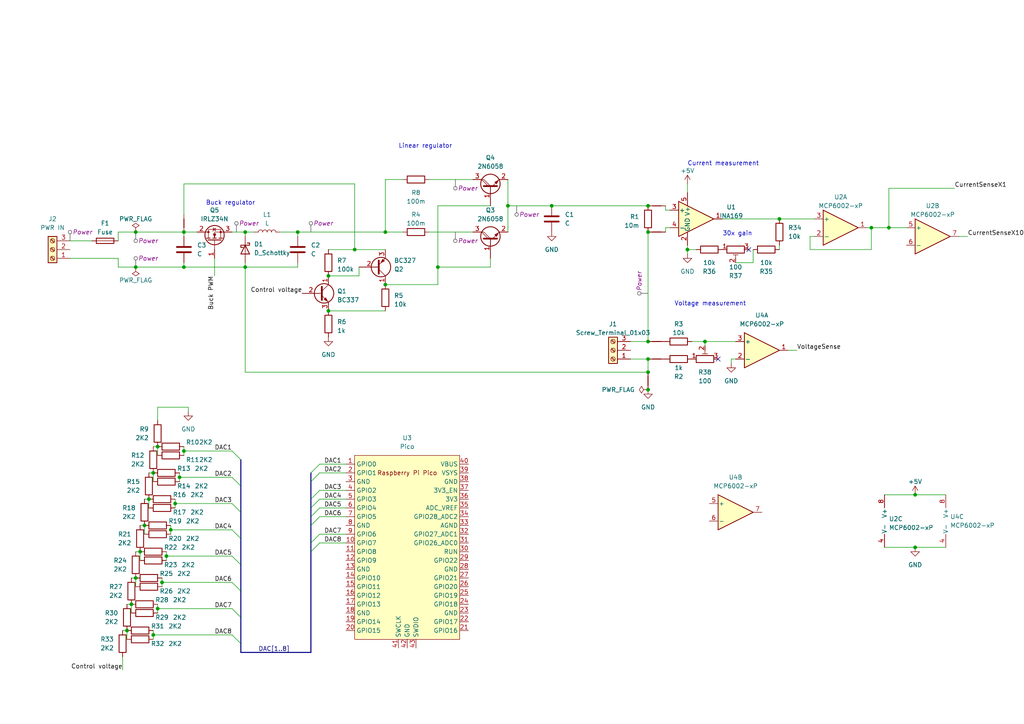
<source format=kicad_sch>
(kicad_sch (version 20230121) (generator eeschema)
  (paper "A4")
  (lib_symbols
    (symbol "Amplifier_Current:INA169" (pin_names (offset 0.127))
      (property "Reference" "U" (at 3.81 5.08 0))
      (property "Value" "INA169" (at 3.81 2.54 0))
      (symbol "INA169_0_1"
        (polyline (pts (xy -5.08 5.08) (xy 5.08 0) (xy -5.08 -5.08) (xy -5.08 5.08)) (stroke (width 0.254)) (fill (type background)))
      )
      (symbol "INA169_1_1"
        (pin output line (at 7.62 0 180) (length 2.54) (name "~") (number "1"))
        (pin power_in line (at -2.54 -7.62 90) (length 3.81) (name "GND") (number "2"))
        (pin input line (at -7.62 2.54 0) (length 2.54) (name "+") (number "3"))
        (pin input line (at -7.62 -2.54 0) (length 2.54) (name "-") (number "4"))
        (pin power_in line (at -2.54 7.62 270) (length 3.81) (name "V+") (number "5"))
      )
    )
    (symbol "Amplifier_Operational:MCP6002-xP" (pin_names (offset 0.127))
      (property "Reference" "U" (at 0 5.08 0))
      (property "Value" "MCP6002-xP" (at 0 -5.08 0))
      (symbol "MCP6002-xP_1_1"
        (polyline (pts (xy -5.08 5.08) (xy 5.08 0) (xy -5.08 -5.08) (xy -5.08 5.08)) (stroke (width 0.254)) (fill (type background)))
        (pin output line (at 7.62 0 180) (length 2.54) (name "~") (number "1"))
        (pin input line (at -7.62 -2.54 0) (length 2.54) (name "-") (number "2"))
        (pin input line (at -7.62 2.54 0) (length 2.54) (name "+") (number "3"))
      )
      (symbol "MCP6002-xP_2_1"
        (polyline (pts (xy -5.08 5.08) (xy 5.08 0) (xy -5.08 -5.08) (xy -5.08 5.08)) (stroke (width 0.254)) (fill (type background)))
        (pin input line (at -7.62 2.54 0) (length 2.54) (name "+") (number "5"))
        (pin input line (at -7.62 -2.54 0) (length 2.54) (name "-") (number "6"))
        (pin output line (at 7.62 0 180) (length 2.54) (name "~") (number "7"))
      )
      (symbol "MCP6002-xP_3_1"
        (pin power_in line (at -2.54 -7.62 90) (length 3.81) (name "V-") (number "4"))
        (pin power_in line (at -2.54 7.62 270) (length 3.81) (name "V+") (number "8"))
      )
    )
    (symbol "Connector:Screw_Terminal_01x03" (pin_names (offset 1.016) hide)
      (property "Reference" "J" (at 0 5.08 0))
      (property "Value" "Screw_Terminal_01x03" (at 0 -5.08 0))
      (symbol "Screw_Terminal_01x03_1_1"
        (rectangle (start -1.27 3.81) (end 1.27 -3.81) (stroke (width 0.254)) (fill (type background)))
        (circle (center 0 -2.54) (radius 0.635) (stroke (width 0.1524)))
        (polyline (pts (xy -0.5334 -2.2098) (xy 0.3302 -3.048)) (stroke (width 0.1524)))
        (polyline (pts (xy -0.5334 0.3302) (xy 0.3302 -0.508)) (stroke (width 0.1524)))
        (polyline (pts (xy -0.5334 2.8702) (xy 0.3302 2.032)) (stroke (width 0.1524)))
        (polyline (pts (xy -0.3556 -2.032) (xy 0.508 -2.8702)) (stroke (width 0.1524)))
        (polyline (pts (xy -0.3556 0.508) (xy 0.508 -0.3302)) (stroke (width 0.1524)))
        (polyline (pts (xy -0.3556 3.048) (xy 0.508 2.2098)) (stroke (width 0.1524)))
        (circle (center 0 0) (radius 0.635) (stroke (width 0.1524)))
        (circle (center 0 2.54) (radius 0.635) (stroke (width 0.1524)))
        (pin passive line (at -5.08 2.54 0) (length 3.81) (name "Pin_1") (number "1"))
        (pin passive line (at -5.08 0 0) (length 3.81) (name "Pin_2") (number "2"))
        (pin passive line (at -5.08 -2.54 0) (length 3.81) (name "Pin_3") (number "3"))
      )
    )
    (symbol "Device:C" (pin_numbers hide) (pin_names (offset 0.254))
      (property "Reference" "C" (at 0.635 2.54 0))
      (property "Value" "C" (at 0.635 -2.54 0))
      (symbol "C_0_1"
        (polyline (pts (xy -2.032 -0.762) (xy 2.032 -0.762)) (stroke (width 0.508)))
        (polyline (pts (xy -2.032 0.762) (xy 2.032 0.762)) (stroke (width 0.508)))
      )
      (symbol "C_1_1"
        (pin passive line (at 0 3.81 270) (length 2.794) (name "~") (number "1"))
        (pin passive line (at 0 -3.81 90) (length 2.794) (name "~") (number "2"))
      )
    )
    (symbol "Device:D_Schottky" (pin_numbers hide) (pin_names (offset 1.016) hide)
      (property "Reference" "D" (at 0 2.54 0))
      (property "Value" "D_Schottky" (at 0 -2.54 0))
      (symbol "D_Schottky_0_1"
        (polyline (pts (xy 1.27 0) (xy -1.27 0)))
        (polyline (pts (xy 1.27 1.27) (xy 1.27 -1.27) (xy -1.27 0) (xy 1.27 1.27)) (stroke (width 0.254)))
        (polyline (pts (xy -1.905 0.635) (xy -1.905 1.27) (xy -1.27 1.27) (xy -1.27 -1.27) (xy -0.635 -1.27) (xy -0.635 -0.635)) (stroke (width 0.254)))
      )
      (symbol "D_Schottky_1_1"
        (pin passive line (at -3.81 0 0) (length 2.54) (name "K") (number "1"))
        (pin passive line (at 3.81 0 180) (length 2.54) (name "A") (number "2"))
      )
    )
    (symbol "Device:Fuse" (pin_numbers hide) (pin_names (offset 0))
      (property "Reference" "F" (at 2.032 0 90))
      (property "Value" "Fuse" (at -1.905 0 90))
      (symbol "Fuse_0_1"
        (rectangle (start -0.762 -2.54) (end 0.762 2.54) (stroke (width 0.254)))
        (polyline (pts (xy 0 2.54) (xy 0 -2.54)))
      )
      (symbol "Fuse_1_1"
        (pin passive line (at 0 3.81 270) (length 1.27) (name "~") (number "1"))
        (pin passive line (at 0 -3.81 90) (length 1.27) (name "~") (number "2"))
      )
    )
    (symbol "Device:L" (pin_numbers hide) (pin_names (offset 1.016) hide)
      (property "Reference" "L" (at -1.27 0 90))
      (property "Value" "L" (at 1.905 0 90))
      (symbol "L_0_1"
        (arc (start 0 -2.54) (mid 0.6323 -1.905) (end 0 -1.27))
        (arc (start 0 -1.27) (mid 0.6323 -0.635) (end 0 0))
        (arc (start 0 0) (mid 0.6323 0.635) (end 0 1.27))
        (arc (start 0 1.27) (mid 0.6323 1.905) (end 0 2.54))
      )
      (symbol "L_1_1"
        (pin passive line (at 0 3.81 270) (length 1.27) (name "1") (number "1"))
        (pin passive line (at 0 -3.81 90) (length 1.27) (name "2") (number "2"))
      )
    )
    (symbol "Device:NetTie_2" (pin_numbers hide) (pin_names (offset 0) hide) (in_bom no)
      (property "Reference" "NT" (at 0 1.27 0))
      (property "Value" "NetTie_2" (at 0 -1.27 0))
      (symbol "NetTie_2_0_1"
        (polyline (pts (xy -1.27 0) (xy 1.27 0)) (stroke (width 0.254)))
      )
      (symbol "NetTie_2_1_1"
        (pin passive line (at -2.54 0 0) (length 2.54) (name "1") (number "1"))
        (pin passive line (at 2.54 0 180) (length 2.54) (name "2") (number "2"))
      )
    )
    (symbol "Device:Q_NPN_Darlington_BEC" (pin_names (offset 0) hide)
      (property "Reference" "Q" (at 4.572 1.27 0))
      (property "Value" "Q_NPN_Darlington_BEC" (at 4.572 -1.27 0))
      (symbol "Q_NPN_Darlington_BEC_0_1"
        (polyline (pts (xy 0.635 0.635) (xy 2.54 2.54)))
        (polyline (pts (xy 0.635 -0.635) (xy 2.54 -2.54) (xy 2.54 -2.54)))
        (polyline (pts (xy 0.635 0) (xy 2.54 1.905) (xy 2.54 2.54)))
        (polyline (pts (xy 0.635 1.905) (xy 0.635 -1.905) (xy 0.635 -1.905)) (stroke (width 0.508)))
        (polyline (pts (xy 1.27 -1.778) (xy 1.778 -1.27) (xy 2.286 -2.286) (xy 1.27 -1.778) (xy 1.27 -1.778)) (fill (type outline)))
        (circle (center 1.27 0) (radius 2.8194) (stroke (width 0.254)))
      )
      (symbol "Q_NPN_Darlington_BEC_1_1"
        (pin input line (at -5.08 0 0) (length 5.715) (name "B") (number "1"))
        (pin passive line (at 2.54 -5.08 90) (length 2.54) (name "E") (number "2"))
        (pin passive line (at 2.54 5.08 270) (length 2.54) (name "C") (number "3"))
      )
    )
    (symbol "Device:R" (pin_numbers hide) (pin_names (offset 0))
      (property "Reference" "R" (at 2.032 0 90))
      (property "Value" "R" (at 0 0 90))
      (symbol "R_0_1"
        (rectangle (start -1.016 -2.54) (end 1.016 2.54) (stroke (width 0.254)))
      )
      (symbol "R_1_1"
        (pin passive line (at 0 3.81 270) (length 1.27) (name "~") (number "1"))
        (pin passive line (at 0 -3.81 90) (length 1.27) (name "~") (number "2"))
      )
    )
    (symbol "Device:R_Potentiometer_Trim" (pin_names (offset 1.016) hide)
      (property "Reference" "RV" (at -4.445 0 90))
      (property "Value" "R_Potentiometer_Trim" (at -2.54 0 90))
      (symbol "R_Potentiometer_Trim_0_1"
        (polyline (pts (xy 1.524 0.762) (xy 1.524 -0.762)))
        (polyline (pts (xy 2.54 0) (xy 1.524 0)))
        (rectangle (start 1.016 2.54) (end -1.016 -2.54) (stroke (width 0.254)))
      )
      (symbol "R_Potentiometer_Trim_1_1"
        (pin passive line (at 0 3.81 270) (length 1.27) (name "1") (number "1"))
        (pin passive line (at 3.81 0 180) (length 1.27) (name "2") (number "2"))
        (pin passive line (at 0 -3.81 90) (length 1.27) (name "3") (number "3"))
      )
    )
    (symbol "MCU_RaspberryPi_and_Boards:Pico"
      (property "Reference" "U" (at -13.97 27.94 0))
      (property "Value" "Pico" (at 0 19.05 0))
      (symbol "Pico_0_0"
        (text "Raspberry Pi Pico" (at 0 21.59 0) (effects (font (size 1.27 1.27))))
      )
      (symbol "Pico_0_1"
        (rectangle (start -15.24 26.67) (end 15.24 -26.67) (fill (type background)))
      )
      (symbol "Pico_1_1"
        (pin bidirectional line (at -17.78 24.13 0) (length 2.54) (name "GPIO0") (number "1"))
        (pin bidirectional line (at -17.78 1.27 0) (length 2.54) (name "GPIO7") (number "10"))
        (pin bidirectional line (at -17.78 -1.27 0) (length 2.54) (name "GPIO8") (number "11"))
        (pin bidirectional line (at -17.78 -3.81 0) (length 2.54) (name "GPIO9") (number "12"))
        (pin power_in line (at -17.78 -6.35 0) (length 2.54) (name "GND") (number "13"))
        (pin bidirectional line (at -17.78 -8.89 0) (length 2.54) (name "GPIO10") (number "14"))
        (pin bidirectional line (at -17.78 -11.43 0) (length 2.54) (name "GPIO11") (number "15"))
        (pin bidirectional line (at -17.78 -13.97 0) (length 2.54) (name "GPIO12") (number "16"))
        (pin bidirectional line (at -17.78 -16.51 0) (length 2.54) (name "GPIO13") (number "17"))
        (pin power_in line (at -17.78 -19.05 0) (length 2.54) (name "GND") (number "18"))
        (pin bidirectional line (at -17.78 -21.59 0) (length 2.54) (name "GPIO14") (number "19"))
        (pin bidirectional line (at -17.78 21.59 0) (length 2.54) (name "GPIO1") (number "2"))
        (pin bidirectional line (at -17.78 -24.13 0) (length 2.54) (name "GPIO15") (number "20"))
        (pin bidirectional line (at 17.78 -24.13 180) (length 2.54) (name "GPIO16") (number "21"))
        (pin bidirectional line (at 17.78 -21.59 180) (length 2.54) (name "GPIO17") (number "22"))
        (pin power_in line (at 17.78 -19.05 180) (length 2.54) (name "GND") (number "23"))
        (pin bidirectional line (at 17.78 -16.51 180) (length 2.54) (name "GPIO18") (number "24"))
        (pin bidirectional line (at 17.78 -13.97 180) (length 2.54) (name "GPIO19") (number "25"))
        (pin bidirectional line (at 17.78 -11.43 180) (length 2.54) (name "GPIO20") (number "26"))
        (pin bidirectional line (at 17.78 -8.89 180) (length 2.54) (name "GPIO21") (number "27"))
        (pin power_in line (at 17.78 -6.35 180) (length 2.54) (name "GND") (number "28"))
        (pin bidirectional line (at 17.78 -3.81 180) (length 2.54) (name "GPIO22") (number "29"))
        (pin power_in line (at -17.78 19.05 0) (length 2.54) (name "GND") (number "3"))
        (pin input line (at 17.78 -1.27 180) (length 2.54) (name "RUN") (number "30"))
        (pin bidirectional line (at 17.78 1.27 180) (length 2.54) (name "GPIO26_ADC0") (number "31"))
        (pin bidirectional line (at 17.78 3.81 180) (length 2.54) (name "GPIO27_ADC1") (number "32"))
        (pin power_in line (at 17.78 6.35 180) (length 2.54) (name "AGND") (number "33"))
        (pin bidirectional line (at 17.78 8.89 180) (length 2.54) (name "GPIO28_ADC2") (number "34"))
        (pin power_in line (at 17.78 11.43 180) (length 2.54) (name "ADC_VREF") (number "35"))
        (pin power_in line (at 17.78 13.97 180) (length 2.54) (name "3V3") (number "36"))
        (pin input line (at 17.78 16.51 180) (length 2.54) (name "3V3_EN") (number "37"))
        (pin bidirectional line (at 17.78 19.05 180) (length 2.54) (name "GND") (number "38"))
        (pin power_in line (at 17.78 21.59 180) (length 2.54) (name "VSYS") (number "39"))
        (pin bidirectional line (at -17.78 16.51 0) (length 2.54) (name "GPIO2") (number "4"))
        (pin power_in line (at 17.78 24.13 180) (length 2.54) (name "VBUS") (number "40"))
        (pin input line (at -2.54 -29.21 90) (length 2.54) (name "SWCLK") (number "41"))
        (pin power_in line (at 0 -29.21 90) (length 2.54) (name "GND") (number "42"))
        (pin bidirectional line (at 2.54 -29.21 90) (length 2.54) (name "SWDIO") (number "43"))
        (pin bidirectional line (at -17.78 13.97 0) (length 2.54) (name "GPIO3") (number "5"))
        (pin bidirectional line (at -17.78 11.43 0) (length 2.54) (name "GPIO4") (number "6"))
        (pin bidirectional line (at -17.78 8.89 0) (length 2.54) (name "GPIO5") (number "7"))
        (pin power_in line (at -17.78 6.35 0) (length 2.54) (name "GND") (number "8"))
        (pin bidirectional line (at -17.78 3.81 0) (length 2.54) (name "GPIO6") (number "9"))
      )
    )
    (symbol "Transistor_BJT:BC327" (pin_names (offset 0) hide)
      (property "Reference" "Q" (at 5.08 1.905 0))
      (property "Value" "BC327" (at 5.08 0 0))
      (symbol "BC327_0_1"
        (polyline (pts (xy 0.635 0.635) (xy 2.54 2.54)))
        (polyline (pts (xy 0.635 -0.635) (xy 2.54 -2.54) (xy 2.54 -2.54)))
        (polyline (pts (xy 0.635 1.905) (xy 0.635 -1.905) (xy 0.635 -1.905)) (stroke (width 0.508)))
        (polyline (pts (xy 2.286 -1.778) (xy 1.778 -2.286) (xy 1.27 -1.27) (xy 2.286 -1.778) (xy 2.286 -1.778)) (fill (type outline)))
        (circle (center 1.27 0) (radius 2.8194) (stroke (width 0.254)))
      )
      (symbol "BC327_1_1"
        (pin passive line (at 2.54 5.08 270) (length 2.54) (name "C") (number "1"))
        (pin input line (at -5.08 0 0) (length 5.715) (name "B") (number "2"))
        (pin passive line (at 2.54 -5.08 90) (length 2.54) (name "E") (number "3"))
      )
    )
    (symbol "Transistor_BJT:BC337" (pin_names (offset 0) hide)
      (property "Reference" "Q" (at 5.08 1.905 0))
      (property "Value" "BC337" (at 5.08 0 0))
      (symbol "BC337_0_1"
        (polyline (pts (xy 0 0) (xy 0.635 0)))
        (polyline (pts (xy 0.635 0.635) (xy 2.54 2.54)))
        (polyline (pts (xy 0.635 -0.635) (xy 2.54 -2.54) (xy 2.54 -2.54)))
        (polyline (pts (xy 0.635 1.905) (xy 0.635 -1.905) (xy 0.635 -1.905)) (stroke (width 0.508)))
        (polyline (pts (xy 1.27 -1.778) (xy 1.778 -1.27) (xy 2.286 -2.286) (xy 1.27 -1.778) (xy 1.27 -1.778)) (fill (type outline)))
        (circle (center 1.27 0) (radius 2.8194) (stroke (width 0.254)))
      )
      (symbol "BC337_1_1"
        (pin passive line (at 2.54 5.08 270) (length 2.54) (name "C") (number "1"))
        (pin input line (at -5.08 0 0) (length 5.08) (name "B") (number "2"))
        (pin passive line (at 2.54 -5.08 90) (length 2.54) (name "E") (number "3"))
      )
    )
    (symbol "Transistor_FET:IRLZ34N" (pin_names hide)
      (property "Reference" "Q" (at 6.35 1.905 0))
      (property "Value" "IRLZ34N" (at 6.35 0 0))
      (symbol "IRLZ34N_0_1"
        (polyline (pts (xy 0.254 0) (xy -2.54 0)))
        (polyline (pts (xy 0.254 1.905) (xy 0.254 -1.905)) (stroke (width 0.254)))
        (polyline (pts (xy 0.762 -1.27) (xy 0.762 -2.286)) (stroke (width 0.254)))
        (polyline (pts (xy 0.762 0.508) (xy 0.762 -0.508)) (stroke (width 0.254)))
        (polyline (pts (xy 0.762 2.286) (xy 0.762 1.27)) (stroke (width 0.254)))
        (polyline (pts (xy 2.54 2.54) (xy 2.54 1.778)))
        (polyline (pts (xy 2.54 -2.54) (xy 2.54 0) (xy 0.762 0)))
        (polyline (pts (xy 0.762 -1.778) (xy 3.302 -1.778) (xy 3.302 1.778) (xy 0.762 1.778)))
        (polyline (pts (xy 1.016 0) (xy 2.032 0.381) (xy 2.032 -0.381) (xy 1.016 0)) (fill (type outline)))
        (polyline (pts (xy 2.794 0.508) (xy 2.921 0.381) (xy 3.683 0.381) (xy 3.81 0.254)))
        (polyline (pts (xy 3.302 0.381) (xy 2.921 -0.254) (xy 3.683 -0.254) (xy 3.302 0.381)))
        (circle (center 1.651 0) (radius 2.794) (stroke (width 0.254)))
        (circle (center 2.54 -1.778) (radius 0.254) (fill (type outline)))
        (circle (center 2.54 1.778) (radius 0.254) (fill (type outline)))
      )
      (symbol "IRLZ34N_1_1"
        (pin input line (at -5.08 0 0) (length 2.54) (name "G") (number "1"))
        (pin passive line (at 2.54 5.08 270) (length 2.54) (name "D") (number "2"))
        (pin passive line (at 2.54 -5.08 90) (length 2.54) (name "S") (number "3"))
      )
    )
    (symbol "power:+5V" (power) (pin_names (offset 0))
      (property "Value" "+5V" (at 0 3.556 0))
      (symbol "+5V_0_1"
        (polyline (pts (xy -0.762 1.27) (xy 0 2.54)))
        (polyline (pts (xy 0 0) (xy 0 2.54)))
        (polyline (pts (xy 0 2.54) (xy 0.762 1.27)))
      )
      (symbol "+5V_1_1"
        (pin power_in line (at 0 0 90) (length 0) hide (name "+5V") (number "1"))
      )
    )
    (symbol "power:GND" (power) (pin_names (offset 0))
      (property "Value" "GND" (at 0 -3.81 0))
      (symbol "GND_0_1"
        (polyline (pts (xy 0 0) (xy 0 -1.27) (xy 1.27 -1.27) (xy 0 -2.54) (xy -1.27 -1.27) (xy 0 -1.27)))
      )
      (symbol "GND_1_1"
        (pin power_in line (at 0 0 270) (length 0) hide (name "GND") (number "1"))
      )
    )
    (symbol "power:PWR_FLAG" (power) (pin_numbers hide) (pin_names (offset 0) hide)
      (property "Value" "PWR_FLAG" (at 0 3.81 0))
      (symbol "PWR_FLAG_0_0"
        (pin power_out line (at 0 0 90) (length 0) (name "pwr") (number "1"))
      )
      (symbol "PWR_FLAG_0_1"
        (polyline (pts (xy 0 0) (xy 0 1.27) (xy -1.016 1.905) (xy 0 2.54) (xy 1.016 1.905) (xy 0 1.27)))
      )
    )
  )
  (junction (at 52.07 138.43))
  (junction (at 41.91 152.4))
  (junction (at 86.36 67.31))
  (junction (at 187.96 113.03))
  (junction (at 147.32 59.69))
  (junction (at 204.47 99.06))
  (junction (at 48.26 161.29))
  (junction (at 71.12 67.31))
  (junction (at 39.37 77.47))
  (junction (at 95.25 80.01))
  (junction (at 187.96 107.95))
  (junction (at 160.02 59.69))
  (junction (at 43.18 144.78))
  (junction (at 50.8 146.05))
  (junction (at 45.72 176.53))
  (junction (at 187.96 104.14))
  (junction (at 187.96 67.31))
  (junction (at 127 77.47))
  (junction (at 111.76 67.31))
  (junction (at 102.87 72.39))
  (junction (at 44.45 137.16))
  (junction (at 40.64 160.02))
  (junction (at 39.37 167.64))
  (junction (at 71.12 77.47))
  (junction (at 187.96 59.69))
  (junction (at 226.06 63.5))
  (junction (at 257.81 66.04))
  (junction (at 95.25 90.17))
  (junction (at 44.45 184.15))
  (junction (at 53.34 130.81))
  (junction (at 199.39 72.39))
  (junction (at 265.43 143.51))
  (junction (at 39.37 67.31))
  (junction (at 252.73 66.04))
  (junction (at 38.1 175.26))
  (junction (at 53.34 67.31))
  (junction (at 111.76 82.55))
  (junction (at 265.43 158.75))
  (junction (at 53.34 77.47))
  (junction (at 45.72 129.54))
  (junction (at 46.99 168.91))
  (junction (at 36.83 182.88))
  (junction (at 187.96 99.06))
  (junction (at 49.53 153.67))
  (no_connect (at 217.17 72.39))
  (no_connect (at 208.28 104.14))
  (bus_entry (at 92.71 154.94) (size -2.54 2.54))
  (bus_entry (at 92.71 157.48) (size -2.54 2.54))
  (bus_entry (at 92.71 144.78) (size -2.54 2.54))
  (bus_entry (at 92.71 147.32) (size -2.54 2.54))
  (bus_entry (at 67.31 176.53) (size 2.54 2.54))
  (bus_entry (at 67.31 168.91) (size 2.54 2.54))
  (bus_entry (at 90.17 139.7) (size 2.54 -2.54))
  (bus_entry (at 67.31 161.29) (size 2.54 2.54))
  (bus_entry (at 67.31 184.15) (size 2.54 2.54))
  (bus_entry (at 92.71 142.24) (size -2.54 2.54))
  (bus_entry (at 92.71 149.86) (size -2.54 2.54))
  (bus_entry (at 92.71 134.62) (size -2.54 2.54))
  (bus_entry (at 67.31 153.67) (size 2.54 2.54))
  (bus_entry (at 67.31 146.05) (size 2.54 2.54))
  (bus_entry (at 67.31 130.81) (size 2.54 2.54))
  (bus_entry (at 67.31 138.43) (size 2.54 2.54))
  (wire (pts (xy 45.72 118.11) (xy 54.61 118.11)))
  (wire (pts (xy 218.44 72.39) (xy 218.44 76.2)))
  (wire (pts (xy 199.39 72.39) (xy 199.39 71.12)))
  (wire (pts (xy 193.04 67.31) (xy 193.04 66.04)))
  (wire (pts (xy 71.12 68.58) (xy 71.12 67.31)))
  (wire (pts (xy 102.87 72.39) (xy 111.76 72.39)))
  (wire (pts (xy 92.71 137.16) (xy 100.33 137.16)))
  (wire (pts (xy 95.25 72.39) (xy 102.87 72.39)))
  (wire (pts (xy 34.29 69.85) (xy 34.29 67.31)))
  (wire (pts (xy 160.02 59.69) (xy 187.96 59.69)))
  (wire (pts (xy 71.12 107.95) (xy 187.96 107.95)))
  (wire (pts (xy 48.26 161.29) (xy 67.31 161.29)))
  (wire (pts (xy 71.12 77.47) (xy 71.12 107.95)))
  (wire (pts (xy 41.91 144.78) (xy 43.18 144.78)))
  (wire (pts (xy 50.8 146.05) (xy 50.8 147.32)))
  (bus (pts (xy 69.85 163.83) (xy 69.85 171.45)))
  (wire (pts (xy 53.34 62.23) (xy 53.34 53.34)))
  (bus (pts (xy 90.17 147.32) (xy 90.17 149.86)))
  (wire (pts (xy 34.29 67.31) (xy 39.37 67.31)))
  (wire (pts (xy 92.71 149.86) (xy 100.33 149.86)))
  (wire (pts (xy 40.64 160.02) (xy 40.64 162.56)))
  (wire (pts (xy 102.87 53.34) (xy 102.87 72.39)))
  (wire (pts (xy 194.31 60.96) (xy 193.04 60.96)))
  (wire (pts (xy 86.36 67.31) (xy 111.76 67.31)))
  (wire (pts (xy 92.71 147.32) (xy 100.33 147.32)))
  (wire (pts (xy 45.72 176.53) (xy 67.31 176.53)))
  (wire (pts (xy 71.12 77.47) (xy 86.36 77.47)))
  (bus (pts (xy 69.85 179.07) (xy 69.85 186.69)))
  (wire (pts (xy 204.47 99.06) (xy 204.47 100.33)))
  (wire (pts (xy 45.72 121.92) (xy 45.72 118.11)))
  (wire (pts (xy 257.81 54.61) (xy 276.86 54.61)))
  (bus (pts (xy 69.85 189.23) (xy 90.17 189.23)))
  (wire (pts (xy 226.06 63.5) (xy 236.22 63.5)))
  (wire (pts (xy 53.34 67.31) (xy 57.15 67.31)))
  (wire (pts (xy 187.96 67.31) (xy 187.96 99.06)))
  (wire (pts (xy 49.53 153.67) (xy 67.31 153.67)))
  (wire (pts (xy 50.8 146.05) (xy 67.31 146.05)))
  (wire (pts (xy 209.55 63.5) (xy 226.06 63.5)))
  (wire (pts (xy 44.45 184.15) (xy 67.31 184.15)))
  (wire (pts (xy 127 77.47) (xy 142.24 77.47)))
  (wire (pts (xy 265.43 143.51) (xy 256.54 143.51)))
  (wire (pts (xy 49.53 152.4) (xy 49.53 153.67)))
  (wire (pts (xy 48.26 160.02) (xy 48.26 161.29)))
  (wire (pts (xy 45.72 129.54) (xy 45.72 132.08)))
  (wire (pts (xy 53.34 130.81) (xy 67.31 130.81)))
  (wire (pts (xy 92.71 134.62) (xy 100.33 134.62)))
  (wire (pts (xy 44.45 129.54) (xy 45.72 129.54)))
  (wire (pts (xy 252.73 66.04) (xy 252.73 72.39)))
  (wire (pts (xy 45.72 176.53) (xy 45.72 177.8)))
  (bus (pts (xy 69.85 186.69) (xy 69.85 189.23)))
  (wire (pts (xy 147.32 59.69) (xy 147.32 67.31)))
  (wire (pts (xy 104.14 80.01) (xy 95.25 80.01)))
  (wire (pts (xy 92.71 142.24) (xy 100.33 142.24)))
  (bus (pts (xy 69.85 133.35) (xy 69.85 140.97)))
  (bus (pts (xy 90.17 137.16) (xy 90.17 139.7)))
  (wire (pts (xy 53.34 77.47) (xy 53.34 76.2)))
  (wire (pts (xy 252.73 66.04) (xy 257.81 66.04)))
  (wire (pts (xy 43.18 137.16) (xy 44.45 137.16)))
  (wire (pts (xy 36.83 175.26) (xy 38.1 175.26)))
  (wire (pts (xy 199.39 72.39) (xy 201.93 72.39)))
  (wire (pts (xy 39.37 160.02) (xy 40.64 160.02)))
  (wire (pts (xy 257.81 66.04) (xy 257.81 54.61)))
  (wire (pts (xy 256.54 158.75) (xy 265.43 158.75)))
  (wire (pts (xy 46.99 168.91) (xy 46.99 170.18)))
  (wire (pts (xy 251.46 66.04) (xy 252.73 66.04)))
  (bus (pts (xy 90.17 160.02) (xy 90.17 189.23)))
  (wire (pts (xy 212.09 105.41) (xy 212.09 104.14)))
  (bus (pts (xy 69.85 140.97) (xy 69.85 148.59)))
  (wire (pts (xy 127 77.47) (xy 127 59.69)))
  (wire (pts (xy 86.36 76.2) (xy 86.36 77.47)))
  (wire (pts (xy 204.47 99.06) (xy 213.36 99.06)))
  (wire (pts (xy 116.84 52.07) (xy 111.76 52.07)))
  (wire (pts (xy 182.88 99.06) (xy 187.96 99.06)))
  (wire (pts (xy 147.32 52.07) (xy 147.32 59.69)))
  (wire (pts (xy 124.46 67.31) (xy 137.16 67.31)))
  (wire (pts (xy 182.88 104.14) (xy 187.96 104.14)))
  (wire (pts (xy 67.31 67.31) (xy 71.12 67.31)))
  (wire (pts (xy 44.45 182.88) (xy 44.45 184.15)))
  (wire (pts (xy 86.36 68.58) (xy 86.36 67.31)))
  (wire (pts (xy 46.99 168.91) (xy 67.31 168.91)))
  (wire (pts (xy 124.46 52.07) (xy 137.16 52.07)))
  (wire (pts (xy 193.04 60.96) (xy 193.04 59.69)))
  (wire (pts (xy 53.34 53.34) (xy 102.87 53.34)))
  (wire (pts (xy 44.45 137.16) (xy 44.45 139.7)))
  (wire (pts (xy 199.39 53.34) (xy 199.39 55.88)))
  (bus (pts (xy 90.17 144.78) (xy 90.17 147.32)))
  (wire (pts (xy 111.76 67.31) (xy 116.84 67.31)))
  (wire (pts (xy 38.1 175.26) (xy 38.1 177.8)))
  (wire (pts (xy 265.43 158.75) (xy 274.32 158.75)))
  (wire (pts (xy 50.8 144.78) (xy 50.8 146.05)))
  (wire (pts (xy 34.29 77.47) (xy 39.37 77.47)))
  (wire (pts (xy 218.44 76.2) (xy 213.36 76.2)))
  (wire (pts (xy 127 82.55) (xy 127 77.47)))
  (wire (pts (xy 228.6 101.6) (xy 231.14 101.6)))
  (wire (pts (xy 40.64 152.4) (xy 41.91 152.4)))
  (wire (pts (xy 92.71 154.94) (xy 100.33 154.94)))
  (wire (pts (xy 20.32 74.93) (xy 34.29 74.93)))
  (wire (pts (xy 71.12 67.31) (xy 73.66 67.31)))
  (bus (pts (xy 69.85 171.45) (xy 69.85 179.07)))
  (wire (pts (xy 92.71 144.78) (xy 100.33 144.78)))
  (wire (pts (xy 226.06 72.39) (xy 226.06 71.12)))
  (bus (pts (xy 90.17 152.4) (xy 90.17 157.48)))
  (wire (pts (xy 234.95 72.39) (xy 234.95 68.58)))
  (wire (pts (xy 234.95 68.58) (xy 236.22 68.58)))
  (wire (pts (xy 200.66 99.06) (xy 204.47 99.06)))
  (wire (pts (xy 49.53 153.67) (xy 49.53 154.94)))
  (bus (pts (xy 69.85 148.59) (xy 69.85 156.21)))
  (wire (pts (xy 53.34 67.31) (xy 53.34 68.58)))
  (wire (pts (xy 39.37 77.47) (xy 53.34 77.47)))
  (wire (pts (xy 111.76 82.55) (xy 127 82.55)))
  (wire (pts (xy 257.81 66.04) (xy 262.89 66.04)))
  (wire (pts (xy 39.37 167.64) (xy 39.37 170.18)))
  (wire (pts (xy 36.83 182.88) (xy 36.83 185.42)))
  (wire (pts (xy 38.1 167.64) (xy 39.37 167.64)))
  (wire (pts (xy 35.56 190.5) (xy 35.56 194.31)))
  (wire (pts (xy 39.37 67.31) (xy 53.34 67.31)))
  (wire (pts (xy 48.26 161.29) (xy 48.26 162.56)))
  (wire (pts (xy 45.72 175.26) (xy 45.72 176.53)))
  (wire (pts (xy 46.99 167.64) (xy 46.99 168.91)))
  (wire (pts (xy 187.96 104.14) (xy 187.96 107.95)))
  (wire (pts (xy 54.61 118.11) (xy 54.61 119.38)))
  (wire (pts (xy 142.24 74.93) (xy 142.24 77.47)))
  (wire (pts (xy 71.12 76.2) (xy 71.12 77.47)))
  (wire (pts (xy 62.23 74.93) (xy 62.23 80.01)))
  (bus (pts (xy 69.85 156.21) (xy 69.85 163.83)))
  (wire (pts (xy 212.09 104.14) (xy 213.36 104.14)))
  (wire (pts (xy 41.91 152.4) (xy 41.91 154.94)))
  (wire (pts (xy 81.28 67.31) (xy 86.36 67.31)))
  (wire (pts (xy 53.34 77.47) (xy 71.12 77.47)))
  (wire (pts (xy 52.07 138.43) (xy 67.31 138.43)))
  (wire (pts (xy 104.14 77.47) (xy 104.14 80.01)))
  (wire (pts (xy 127 59.69) (xy 142.24 59.69)))
  (wire (pts (xy 53.34 130.81) (xy 53.34 132.08)))
  (wire (pts (xy 44.45 184.15) (xy 44.45 185.42)))
  (wire (pts (xy 265.43 143.51) (xy 274.32 143.51)))
  (wire (pts (xy 43.18 144.78) (xy 43.18 147.32)))
  (wire (pts (xy 278.13 68.58) (xy 280.67 68.58)))
  (wire (pts (xy 199.39 73.66) (xy 199.39 72.39)))
  (wire (pts (xy 34.29 74.93) (xy 34.29 77.47)))
  (wire (pts (xy 95.25 90.17) (xy 111.76 90.17)))
  (wire (pts (xy 252.73 72.39) (xy 234.95 72.39)))
  (bus (pts (xy 90.17 157.48) (xy 90.17 160.02)))
  (wire (pts (xy 35.56 182.88) (xy 36.83 182.88)))
  (wire (pts (xy 20.32 69.85) (xy 26.67 69.85)))
  (bus (pts (xy 90.17 149.86) (xy 90.17 152.4)))
  (wire (pts (xy 53.34 129.54) (xy 53.34 130.81)))
  (wire (pts (xy 92.71 157.48) (xy 100.33 157.48)))
  (wire (pts (xy 147.32 59.69) (xy 160.02 59.69)))
  (wire (pts (xy 193.04 66.04) (xy 194.31 66.04)))
  (wire (pts (xy 52.07 137.16) (xy 52.07 138.43)))
  (wire (pts (xy 111.76 52.07) (xy 111.76 67.31)))
  (bus (pts (xy 90.17 139.7) (xy 90.17 144.78)))
  (wire (pts (xy 52.07 138.43) (xy 52.07 139.7)))
  (text "Buck regulator" (at 59.69 59.69 0) (effects (font (size 1.27 1.27)) (justify left bottom)))
  (text "Voltage measurement" (at 195.58 88.9 0) (effects (font (size 1.27 1.27)) (justify left bottom)))
  (text "Linear regulator" (at 115.57 43.18 0) (effects (font (size 1.27 1.27)) (justify left bottom)))
  (text "30x gain" (at 209.55 68.58 0) (effects (font (size 1.27 1.27)) (justify left bottom)))
  (text "Current measurement" (at 199.39 48.26 0) (effects (font (size 1.27 1.27)) (justify left bottom)))
  (label "DAC8" (at 62.23 184.15 0))
  (label "CurrentSenseX1" (at 276.86 54.61 0))
  (label "Control voltage" (at 35.56 194.31 180))
  (label "DAC2" (at 99.06 137.16 180))
  (label "DAC7" (at 62.23 176.53 0))
  (label "DAC1" (at 62.23 130.81 0))
  (label "DAC6" (at 99.06 149.86 180))
  (label "DAC5" (at 62.23 161.29 0))
  (label "Buck PWM" (at 62.23 80.01 270))
  (label "VoltageSense" (at 231.14 101.6 0))
  (label "DAC1" (at 99.06 134.62 180))
  (label "DAC6" (at 62.23 168.91 0))
  (label "Control voltage" (at 87.63 85.09 180))
  (label "DAC2" (at 62.23 138.43 0))
  (label "DAC3" (at 99.06 142.24 180))
  (label "DAC3" (at 62.23 146.05 0))
  (label "DAC8" (at 99.06 157.48 180))
  (label "DAC7" (at 99.06 154.94 180))
  (label "DAC4" (at 62.23 153.67 0))
  (label "CurrentSenseX10" (at 280.67 68.58 0))
  (label "DAC4" (at 99.06 144.78 180))
  (label "DAC5" (at 99.06 147.32 180))
  (label "DAC[1..8]" (at 74.93 189.23 0))
  (netclass_flag "" (length 2.54) (shape round) (at 132.08 52.07 180) (property "Netclass" "Power" (at 132.7785 54.61 0) (effects (font italic) (justify left))))
  (netclass_flag "" (length 2.54) (shape round) (at 187.96 85.09 90) (property "Netclass" "Power" (at 185.42 84.3915 90) (effects (font italic) (justify left))))
  (netclass_flag "" (length 2.54) (shape round) (at 90.17 67.31 0) (property "Netclass" "Power" (at 90.8685 64.77 0) (effects (font italic) (justify left))))
  (netclass_flag "" (length 2.54) (shape round) (at 39.37 77.47 0) (property "Netclass" "Power" (at 40.0685 74.93 0) (effects (font italic) (justify left))))
  (netclass_flag "" (length 2.54) (shape round) (at 20.32 69.85 0) (property "Netclass" "Power" (at 21.0185 67.31 0) (effects (font italic) (justify left))))
  (netclass_flag "" (length 2.54) (shape round) (at 68.58 67.31 0) (property "Netclass" "Power" (at 69.2785 64.77 0) (effects (font italic) (justify left))))
  (netclass_flag "" (length 2.54) (shape round) (at 132.08 67.31 180) (property "Netclass" "Power" (at 132.7785 69.85 0) (effects (font italic) (justify left))))
  (netclass_flag "" (length 2.54) (shape round) (at 39.37 67.31 180) (property "Netclass" "Power" (at 40.0685 69.85 0) (effects (font italic) (justify left))))
  (netclass_flag "" (length 2.54) (shape round) (at 149.86 59.69 180) (property "Netclass" "Power" (at 150.5585 62.23 0) (effects (font italic) (justify left))))
  (symbol (lib_id "power:GND") (at 95.25 97.79 0) (unit 1)
    (property "Reference" "#PWR09" (effects hide))
    (property "Value" "GND" (at 95.25 102.87 0))
  )
  (symbol (lib_id "Transistor_BJT:BC337") (at 92.71 85.09 0) (unit 1)
    (property "Reference" "Q1" (at 97.79 84.455 0) (effects (justify left)))
    (property "Value" "BC337" (at 97.79 86.995 0) (effects (justify left)))
    (property "Footprint" "Package_TO_SOT_THT:TO-92_Inline" (effects hide))
    (property "Datasheet" "https://diotec.com/tl_files/diotec/files/pdf/datasheets/bc337.pdf" (effects hide))
  )
  (symbol (lib_id "power:GND") (at 160.02 67.31 0) (unit 1)
    (property "Reference" "#PWR010" (effects hide))
    (property "Value" "GND" (at 160.02 72.39 0))
  )
  (symbol (lib_id "Device:R") (at 95.25 93.98 0) (unit 1)
    (property "Reference" "R6" (at 97.79 93.345 0) (effects (justify left)))
    (property "Value" "1k" (at 97.79 95.885 0) (effects (justify left)))
    (property "Footprint" "Resistor_THT:R_Axial_DIN0207_L6.3mm_D2.5mm_P7.62mm_Horizontal" (effects hide))
  )
  (symbol (lib_id "Device:R") (at 43.18 170.18 90) (mirror x) (unit 1)
    (property "Reference" "R26" (at 48.26 171.45 90))
    (property "Value" "2K2" (at 53.34 171.45 90))
    (property "Footprint" "Resistor_THT:R_Axial_DIN0207_L6.3mm_D2.5mm_P2.54mm_Vertical" (effects hide))
  )
  (symbol (lib_id "MCU_RaspberryPi_and_Boards:Pico") (at 118.11 158.75 0) (unit 1)
    (property "Reference" "U3" (at 118.11 127 0))
    (property "Value" "Pico" (at 118.11 129.54 0))
    (property "Footprint" "MCU_RaspberryPi_and_Boards:RPi_Pico_SMD_TH" (effects hide))
  )
  (symbol (lib_id "Amplifier_Operational:MCP6002-xP") (at 213.36 148.59 0) (unit 2)
    (property "Reference" "U4" (at 213.36 138.43 0))
    (property "Value" "MCP6002-xP" (at 213.36 140.97 0))
    (property "Footprint" "Package_DIP:DIP-8_W7.62mm" (effects hide))
    (property "Datasheet" "http://ww1.microchip.com/downloads/en/DeviceDoc/21733j.pdf" (effects hide))
  )
  (symbol (lib_id "Device:R") (at 222.25 72.39 270) (mirror x) (unit 1)
    (property "Reference" "R35" (at 222.25 78.74 90))
    (property "Value" "10k" (at 222.25 76.2 90))
    (property "Footprint" "Resistor_THT:R_Axial_DIN0207_L6.3mm_D2.5mm_P7.62mm_Horizontal" (effects hide))
  )
  (symbol (lib_id "Device:NetTie_2") (at 190.5 99.06 0) (unit 1) (in_bom no)
    (property "Reference" "NT4" (effects hide))
    (property "Value" "NetTie_2" (effects hide))
    (property "Footprint" "Personal:NetTie_5mm_0.635mm" (effects hide))
  )
  (symbol (lib_id "Device:R") (at 43.18 140.97 0) (unit 1)
    (property "Reference" "R15" (at 40.64 139.7 0) (effects (justify right)))
    (property "Value" "2K2" (at 40.64 142.24 0) (effects (justify right)))
    (property "Footprint" "Resistor_THT:R_Axial_DIN0207_L6.3mm_D2.5mm_P2.54mm_Vertical" (effects hide))
  )
  (symbol (lib_id "Device:R") (at 39.37 163.83 0) (unit 1)
    (property "Reference" "R24" (at 36.83 162.56 0) (effects (justify right)))
    (property "Value" "2K2" (at 36.83 165.1 0) (effects (justify right)))
    (property "Footprint" "Resistor_THT:R_Axial_DIN0207_L6.3mm_D2.5mm_P2.54mm_Vertical" (effects hide))
  )
  (symbol (lib_id "Device:C") (at 86.36 72.39 0) (unit 1)
    (property "Reference" "C2" (at 90.17 71.12 0) (effects (justify left)))
    (property "Value" "C" (at 90.17 73.66 0) (effects (justify left)))
  )
  (symbol (lib_id "Device:R") (at 41.91 148.59 0) (unit 1)
    (property "Reference" "R18" (at 39.37 147.32 0) (effects (justify right)))
    (property "Value" "2K2" (at 39.37 149.86 0) (effects (justify right)))
    (property "Footprint" "Resistor_THT:R_Axial_DIN0207_L6.3mm_D2.5mm_P2.54mm_Vertical" (effects hide))
  )
  (symbol (lib_id "Amplifier_Operational:MCP6002-xP") (at 276.86 151.13 0) (unit 3)
    (property "Reference" "U4" (at 275.59 149.86 0) (effects (justify left)))
    (property "Value" "MCP6002-xP" (at 275.59 152.4 0) (effects (justify left)))
    (property "Footprint" "Package_DIP:DIP-8_W7.62mm" (effects hide))
    (property "Datasheet" "http://ww1.microchip.com/downloads/en/DeviceDoc/21733j.pdf" (effects hide))
  )
  (symbol (lib_id "power:PWR_FLAG") (at 39.37 67.31 0) (unit 1)
    (property "Reference" "#FLG01" (effects hide))
    (property "Value" "PWR_FLAG" (at 39.37 63.5 0))
  )
  (symbol (lib_id "Amplifier_Current:INA169") (at 201.93 63.5 0) (unit 1)
    (property "Reference" "U1" (at 212.09 60.0711 0))
    (property "Value" "INA169" (at 212.09 62.6111 0))
    (property "Footprint" "Package_TO_SOT_SMD:SOT-23-5" (effects hide))
    (property "Datasheet" "http://www.ti.com/lit/ds/symlink/ina169.pdf" (effects hide))
  )
  (symbol (lib_id "Device:NetTie_2") (at 190.5 59.69 0) (unit 1) (in_bom no)
    (property "Reference" "NT2" (effects hide))
    (property "Value" "NetTie_2" (effects hide))
    (property "Footprint" "Personal:NetTie_5mm_0.635mm" (effects hide))
  )
  (symbol (lib_id "Device:R") (at 40.64 156.21 0) (unit 1)
    (property "Reference" "R21" (at 38.1 154.94 0) (effects (justify right)))
    (property "Value" "2K2" (at 38.1 157.48 0) (effects (justify right)))
    (property "Footprint" "Resistor_THT:R_Axial_DIN0207_L6.3mm_D2.5mm_P2.54mm_Vertical" (effects hide))
  )
  (symbol (lib_id "Device:R_Potentiometer_Trim") (at 204.47 104.14 90) (unit 1)
    (property "Reference" "R38" (at 204.47 107.95 90))
    (property "Value" "100" (at 204.47 110.49 90))
    (property "Footprint" "Potentiometer_THT:Potentiometer_Bourns_3296W_Vertical" (effects hide))
  )
  (symbol (lib_id "Device:Fuse") (at 30.48 69.85 270) (unit 1)
    (property "Reference" "F1" (at 30.48 64.77 90))
    (property "Value" "Fuse" (at 30.48 67.31 90))
    (property "Footprint" "Fuse:Fuseholder_Clip-5x20mm_Eaton_1A5601-01_Inline_P20.80x6.76mm_D1.70mm_Horizontal" (effects hide))
  )
  (symbol (lib_id "Device:D_Schottky") (at 71.12 72.39 270) (unit 1)
    (property "Reference" "D1" (at 73.66 70.8025 90) (effects (justify left)))
    (property "Value" "D_Schottky" (at 73.66 73.3425 90) (effects (justify left)))
  )
  (symbol (lib_id "Device:C") (at 53.34 72.39 0) (unit 1)
    (property "Reference" "C3" (at 57.15 71.12 0) (effects (justify left)))
    (property "Value" "C" (at 57.15 73.66 0) (effects (justify left)))
  )
  (symbol (lib_id "power:PWR_FLAG") (at 187.96 113.03 90) (unit 1)
    (property "Reference" "#FLG03" (effects hide))
    (property "Value" "PWR_FLAG" (at 184.15 113.03 90) (effects (justify left)))
  )
  (symbol (lib_id "power:+5V") (at 199.39 53.34 0) (unit 1)
    (property "Reference" "#PWR02" (effects hide))
    (property "Value" "+5V" (at 199.39 49.53 0))
  )
  (symbol (lib_id "Device:R") (at 48.26 139.7 90) (mirror x) (unit 1)
    (property "Reference" "R14" (at 53.34 140.97 90))
    (property "Value" "2K2" (at 58.42 140.97 90))
    (property "Footprint" "Resistor_THT:R_Axial_DIN0207_L6.3mm_D2.5mm_P2.54mm_Vertical" (effects hide))
  )
  (symbol (lib_id "Device:R") (at 41.91 175.26 90) (unit 1)
    (property "Reference" "R28" (at 46.99 173.99 90))
    (property "Value" "2K2" (at 52.07 173.99 90))
    (property "Footprint" "Resistor_THT:R_Axial_DIN0207_L6.3mm_D2.5mm_P2.54mm_Vertical" (effects hide))
  )
  (symbol (lib_id "Device:Q_NPN_Darlington_BEC") (at 142.24 69.85 90) (unit 1)
    (property "Reference" "Q3" (at 142.24 60.96 90))
    (property "Value" "2N6058" (at 142.24 63.5 90))
    (property "Footprint" "Package_TO_SOT_THT:TO-3" (effects hide))
  )
  (symbol (lib_id "Device:R") (at 205.74 72.39 90) (mirror x) (unit 1)
    (property "Reference" "R36" (at 205.74 78.74 90))
    (property "Value" "10k" (at 205.74 76.2 90))
    (property "Footprint" "Resistor_THT:R_Axial_DIN0207_L6.3mm_D2.5mm_P7.62mm_Horizontal" (effects hide))
  )
  (symbol (lib_id "power:GND") (at 187.96 113.03 0) (unit 1)
    (property "Reference" "#PWR06" (effects hide))
    (property "Value" "GND" (at 187.96 118.11 0))
  )
  (symbol (lib_id "Device:R") (at 36.83 179.07 0) (unit 1)
    (property "Reference" "R30" (at 34.29 177.8 0) (effects (justify right)))
    (property "Value" "2K2" (at 34.29 180.34 0) (effects (justify right)))
    (property "Footprint" "Resistor_THT:R_Axial_DIN0207_L6.3mm_D2.5mm_P2.54mm_Vertical" (effects hide))
  )
  (symbol (lib_id "Amplifier_Operational:MCP6002-xP") (at 270.51 68.58 0) (unit 2)
    (property "Reference" "U2" (at 270.51 59.69 0))
    (property "Value" "MCP6002-xP" (at 270.51 62.23 0))
    (property "Footprint" "Package_DIP:DIP-8_W7.62mm" (effects hide))
    (property "Datasheet" "http://ww1.microchip.com/downloads/en/DeviceDoc/21733j.pdf" (effects hide))
  )
  (symbol (lib_id "Device:R") (at 43.18 167.64 90) (unit 1)
    (property "Reference" "R25" (at 48.26 166.37 90))
    (property "Value" "2K2" (at 53.34 166.37 90))
    (property "Footprint" "Resistor_THT:R_Axial_DIN0207_L6.3mm_D2.5mm_P2.54mm_Vertical" (effects hide))
  )
  (symbol (lib_id "Device:R") (at 95.25 76.2 0) (unit 1)
    (property "Reference" "R7" (at 97.79 75.565 0) (effects (justify left)))
    (property "Value" "100k" (at 97.79 78.105 0) (effects (justify left)))
    (property "Footprint" "Resistor_THT:R_Axial_DIN0207_L6.3mm_D2.5mm_P7.62mm_Horizontal" (effects hide))
  )
  (symbol (lib_id "power:+5V") (at 265.43 143.51 0) (unit 1)
    (property "Reference" "#PWR01" (effects hide))
    (property "Value" "+5V" (at 265.43 139.7 0))
  )
  (symbol (lib_id "Device:R") (at 196.85 104.14 270) (mirror x) (unit 1)
    (property "Reference" "R2" (at 196.85 109.22 90))
    (property "Value" "1k" (at 196.85 106.68 90))
    (property "Footprint" "Resistor_THT:R_Axial_DIN0207_L6.3mm_D2.5mm_P7.62mm_Horizontal" (effects hide))
  )
  (symbol (lib_id "Device:R") (at 226.06 67.31 180) (unit 1)
    (property "Reference" "R34" (at 228.6 66.04 0) (effects (justify right)))
    (property "Value" "10k" (at 228.6 68.58 0) (effects (justify right)))
    (property "Footprint" "Resistor_THT:R_Axial_DIN0207_L6.3mm_D2.5mm_P7.62mm_Horizontal" (effects hide))
  )
  (symbol (lib_id "Transistor_BJT:BC327") (at 109.22 77.47 0) (mirror x) (unit 1)
    (property "Reference" "Q2" (at 114.3 78.105 0) (effects (justify left)))
    (property "Value" "BC327" (at 114.3 75.565 0) (effects (justify left)))
    (property "Footprint" "Package_TO_SOT_THT:TO-92_Inline" (effects hide))
    (property "Datasheet" "http://www.onsemi.com/pub_link/Collateral/BC327-D.PDF" (effects hide))
  )
  (symbol (lib_id "Device:R") (at 45.72 152.4 90) (unit 1)
    (property "Reference" "R19" (at 50.8 151.13 90))
    (property "Value" "2K2" (at 55.88 151.13 90))
    (property "Footprint" "Resistor_THT:R_Axial_DIN0207_L6.3mm_D2.5mm_P2.54mm_Vertical" (effects hide))
  )
  (symbol (lib_id "Device:R") (at 46.99 147.32 90) (mirror x) (unit 1)
    (property "Reference" "R17" (at 52.07 148.59 90))
    (property "Value" "2K2" (at 57.15 148.59 90))
    (property "Footprint" "Resistor_THT:R_Axial_DIN0207_L6.3mm_D2.5mm_P2.54mm_Vertical" (effects hide))
  )
  (symbol (lib_id "Amplifier_Operational:MCP6002-xP") (at 220.98 101.6 0) (unit 1)
    (property "Reference" "U4" (at 220.98 91.44 0))
    (property "Value" "MCP6002-xP" (at 220.98 93.98 0))
    (property "Footprint" "Package_DIP:DIP-8_W7.62mm" (effects hide))
    (property "Datasheet" "http://ww1.microchip.com/downloads/en/DeviceDoc/21733j.pdf" (effects hide))
  )
  (symbol (lib_id "Amplifier_Operational:MCP6002-xP") (at 259.08 151.13 0) (unit 3)
    (property "Reference" "U2" (at 257.81 150.495 0) (effects (justify left)))
    (property "Value" "MCP6002-xP" (at 257.81 153.035 0) (effects (justify left)))
    (property "Footprint" "Package_DIP:DIP-8_W7.62mm" (effects hide))
    (property "Datasheet" "http://ww1.microchip.com/downloads/en/DeviceDoc/21733j.pdf" (effects hide))
  )
  (symbol (lib_id "Device:NetTie_2") (at 187.96 110.49 270) (unit 1) (in_bom no)
    (property "Reference" "NT7" (effects hide))
    (property "Value" "NetTie_2" (effects hide))
    (property "Footprint" "Personal:NetTie_5mm_0.635mm" (effects hide))
  )
  (symbol (lib_id "Device:R") (at 40.64 182.88 90) (unit 1)
    (property "Reference" "R31" (at 45.72 181.61 90))
    (property "Value" "2K2" (at 50.8 181.61 90))
    (property "Footprint" "Resistor_THT:R_Axial_DIN0207_L6.3mm_D2.5mm_P2.54mm_Vertical" (effects hide))
  )
  (symbol (lib_id "Device:R") (at 187.96 63.5 0) (mirror y) (unit 1)
    (property "Reference" "R1" (at 185.42 62.865 0) (effects (justify left)))
    (property "Value" "10m" (at 185.42 65.405 0) (effects (justify left)))
    (property "Footprint" "Resistor_THT:R_Axial_DIN0614_L14.3mm_D5.7mm_P15.24mm_Horizontal" (effects hide))
  )
  (symbol (lib_id "power:GND") (at 212.09 105.41 0) (unit 1)
    (property "Reference" "#PWR07" (effects hide))
    (property "Value" "GND" (at 212.09 110.49 0))
  )
  (symbol (lib_id "Connector:Screw_Terminal_01x03") (at 177.8 101.6 180) (unit 1)
    (property "Reference" "J1" (at 177.8 93.98 0))
    (property "Value" "Screw_Terminal_01x03" (at 177.8 96.52 0))
    (property "Footprint" "TerminalBlock_Phoenix:TerminalBlock_Phoenix_MKDS-1,5-3-5.08_1x03_P5.08mm_Horizontal" (effects hide))
  )
  (symbol (lib_id "Device:R") (at 49.53 129.54 90) (unit 1)
    (property "Reference" "R10" (at 55.88 128.27 90))
    (property "Value" "2K2" (at 59.69 128.27 90))
    (property "Footprint" "Resistor_THT:R_Axial_DIN0207_L6.3mm_D2.5mm_P2.54mm_Vertical" (effects hide))
  )
  (symbol (lib_id "Device:R") (at 35.56 186.69 0) (unit 1)
    (property "Reference" "R33" (at 33.02 185.42 0) (effects (justify right)))
    (property "Value" "2K2" (at 33.02 187.96 0) (effects (justify right)))
    (property "Footprint" "Resistor_THT:R_Axial_DIN0207_L6.3mm_D2.5mm_P2.54mm_Vertical" (effects hide))
  )
  (symbol (lib_id "Device:NetTie_2") (at 190.5 104.14 0) (unit 1) (in_bom no)
    (property "Reference" "NT5" (effects hide))
    (property "Value" "NetTie_2" (effects hide))
    (property "Footprint" "Personal:NetTie_5mm_0.635mm" (effects hide))
  )
  (symbol (lib_id "Device:R") (at 48.26 137.16 90) (unit 1)
    (property "Reference" "R13" (at 53.34 135.89 90))
    (property "Value" "2K2" (at 58.42 135.89 90))
    (property "Footprint" "Resistor_THT:R_Axial_DIN0207_L6.3mm_D2.5mm_P2.54mm_Vertical" (effects hide))
  )
  (symbol (lib_id "power:GND") (at 199.39 73.66 0) (unit 1)
    (property "Reference" "#PWR03" (effects hide))
    (property "Value" "GND" (at 199.39 78.74 0))
  )
  (symbol (lib_id "Device:L") (at 77.47 67.31 90) (unit 1)
    (property "Reference" "L1" (at 77.47 62.23 90))
    (property "Value" "L" (at 77.47 64.77 90))
  )
  (symbol (lib_id "Connector:Screw_Terminal_01x03") (at 15.24 72.39 180) (unit 1)
    (property "Reference" "J2" (at 15.24 63.5 0))
    (property "Value" "PWR IN" (at 15.24 66.04 0))
    (property "Footprint" "TerminalBlock_Phoenix:TerminalBlock_Phoenix_MKDS-1,5-3-5.08_1x03_P5.08mm_Horizontal" (effects hide))
  )
  (symbol (lib_id "Device:R") (at 40.64 185.42 90) (mirror x) (unit 1)
    (property "Reference" "R32" (at 45.72 186.69 90))
    (property "Value" "2K2" (at 50.8 186.69 90))
    (property "Footprint" "Resistor_THT:R_Axial_DIN0207_L6.3mm_D2.5mm_P2.54mm_Vertical" (effects hide))
  )
  (symbol (lib_id "Transistor_FET:IRLZ34N") (at 62.23 69.85 90) (unit 1)
    (property "Reference" "Q5" (at 62.23 60.96 90))
    (property "Value" "IRLZ34N" (at 62.23 63.5 90))
    (property "Footprint" "Package_TO_SOT_THT:TO-220-3_Vertical" (effects hide))
    (property "Datasheet" "http://www.infineon.com/dgdl/irlz34npbf.pdf?fileId=5546d462533600a40153567206892720" (effects hide))
  )
  (symbol (lib_id "power:GND") (at 54.61 119.38 0) (unit 1)
    (property "Reference" "#PWR05" (effects hide))
    (property "Value" "GND" (at 54.61 124.46 0))
  )
  (symbol (lib_id "Device:R") (at 46.99 144.78 90) (unit 1)
    (property "Reference" "R16" (at 52.07 143.51 90))
    (property "Value" "2K2" (at 57.15 143.51 90))
    (property "Footprint" "Resistor_THT:R_Axial_DIN0207_L6.3mm_D2.5mm_P2.54mm_Vertical" (effects hide))
  )
  (symbol (lib_id "Device:Q_NPN_Darlington_BEC") (at 142.24 54.61 90) (unit 1)
    (property "Reference" "Q4" (at 142.24 45.72 90))
    (property "Value" "2N6058" (at 142.24 48.26 90))
    (property "Footprint" "Package_TO_SOT_THT:TO-3" (effects hide))
  )
  (symbol (lib_id "Device:R_Potentiometer_Trim") (at 213.36 72.39 90) (mirror x) (unit 1)
    (property "Reference" "R37" (at 213.36 80.01 90))
    (property "Value" "100" (at 213.36 77.47 90))
    (property "Footprint" "Potentiometer_THT:Potentiometer_Bourns_3296W_Vertical" (effects hide))
  )
  (symbol (lib_id "Device:NetTie_2") (at 190.5 67.31 0) (unit 1) (in_bom no)
    (property "Reference" "NT3" (effects hide))
    (property "Value" "NetTie_2" (effects hide))
    (property "Footprint" "Personal:NetTie_5mm_0.635mm" (effects hide))
  )
  (symbol (lib_id "Device:R") (at 41.91 177.8 90) (mirror x) (unit 1)
    (property "Reference" "R29" (at 46.99 179.07 90))
    (property "Value" "2K2" (at 52.07 179.07 90))
    (property "Footprint" "Resistor_THT:R_Axial_DIN0207_L6.3mm_D2.5mm_P2.54mm_Vertical" (effects hide))
  )
  (symbol (lib_id "power:PWR_FLAG") (at 39.37 77.47 180) (unit 1)
    (property "Reference" "#FLG02" (effects hide))
    (property "Value" "PWR_FLAG" (at 39.37 81.28 0))
  )
  (symbol (lib_id "Device:R") (at 45.72 125.73 180) (unit 1)
    (property "Reference" "R9" (at 43.18 124.46 0) (effects (justify left)))
    (property "Value" "2K2" (at 43.18 127 0) (effects (justify left)))
    (property "Footprint" "Resistor_THT:R_Axial_DIN0207_L6.3mm_D2.5mm_P2.54mm_Vertical" (effects hide))
  )
  (symbol (lib_id "power:GND") (at 265.43 158.75 0) (unit 1)
    (property "Reference" "#PWR04" (effects hide))
    (property "Value" "GND" (at 265.43 163.83 0))
  )
  (symbol (lib_id "Device:R") (at 44.45 133.35 0) (unit 1)
    (property "Reference" "R12" (at 41.91 132.08 0) (effects (justify right)))
    (property "Value" "2K2" (at 41.91 134.62 0) (effects (justify right)))
    (property "Footprint" "Resistor_THT:R_Axial_DIN0207_L6.3mm_D2.5mm_P2.54mm_Vertical" (effects hide))
  )
  (symbol (lib_id "Device:NetTie_2") (at 53.34 64.77 90) (unit 1) (in_bom no)
    (property "Reference" "NT6" (effects hide))
    (property "Value" "NetTie_2" (effects hide))
    (property "Footprint" "Personal:NetTie_5mm_0.635mm" (effects hide))
  )
  (symbol (lib_id "Device:R") (at 49.53 132.08 90) (mirror x) (unit 1)
    (property "Reference" "R11" (at 55.88 133.35 90))
    (property "Value" "2K2" (at 59.69 133.35 90))
    (property "Footprint" "Resistor_THT:R_Axial_DIN0207_L6.3mm_D2.5mm_P2.54mm_Vertical" (effects hide))
  )
  (symbol (lib_id "Device:R") (at 38.1 171.45 0) (unit 1)
    (property "Reference" "R27" (at 35.56 170.18 0) (effects (justify right)))
    (property "Value" "2K2" (at 35.56 172.72 0) (effects (justify right)))
    (property "Footprint" "Resistor_THT:R_Axial_DIN0207_L6.3mm_D2.5mm_P2.54mm_Vertical" (effects hide))
  )
  (symbol (lib_id "Device:R") (at 120.65 67.31 90) (unit 1)
    (property "Reference" "R4" (at 120.65 62.23 90))
    (property "Value" "100m" (at 120.65 64.77 90))
    (property "Footprint" "Resistor_THT:R_Axial_Power_L48.0mm_W12.5mm_P55.88mm" (effects hide))
  )
  (symbol (lib_id "Device:C") (at 160.02 63.5 0) (unit 1)
    (property "Reference" "C1" (at 163.83 62.23 0) (effects (justify left)))
    (property "Value" "C" (at 163.83 64.77 0) (effects (justify left)))
  )
  (symbol (lib_id "Device:R") (at 44.45 162.56 90) (mirror x) (unit 1)
    (property "Reference" "R23" (at 49.53 163.83 90))
    (property "Value" "2K2" (at 54.61 163.83 90))
    (property "Footprint" "Resistor_THT:R_Axial_DIN0207_L6.3mm_D2.5mm_P2.54mm_Vertical" (effects hide))
  )
  (symbol (lib_id "Device:R") (at 44.45 160.02 90) (unit 1)
    (property "Reference" "R22" (at 49.53 158.75 90))
    (property "Value" "2K2" (at 54.61 158.75 90))
    (property "Footprint" "Resistor_THT:R_Axial_DIN0207_L6.3mm_D2.5mm_P2.54mm_Vertical" (effects hide))
  )
  (symbol (lib_id "Amplifier_Operational:MCP6002-xP") (at 243.84 66.04 0) (unit 1)
    (property "Reference" "U2" (at 243.84 57.15 0))
    (property "Value" "MCP6002-xP" (at 243.84 59.69 0))
    (property "Footprint" "Package_DIP:DIP-8_W7.62mm" (effects hide))
    (property "Datasheet" "http://ww1.microchip.com/downloads/en/DeviceDoc/21733j.pdf" (effects hide))
  )
  (symbol (lib_id "Device:R") (at 45.72 154.94 90) (mirror x) (unit 1)
    (property "Reference" "R20" (at 50.8 156.21 90))
    (property "Value" "2K2" (at 55.88 156.21 90))
    (property "Footprint" "Resistor_THT:R_Axial_DIN0207_L6.3mm_D2.5mm_P2.54mm_Vertical" (effects hide))
  )
  (symbol (lib_id "Device:R") (at 120.65 52.07 90) (unit 1)
    (property "Reference" "R8" (at 120.65 55.88 90))
    (property "Value" "100m" (at 120.65 58.42 90))
    (property "Footprint" "Resistor_THT:R_Axial_Power_L48.0mm_W12.5mm_P55.88mm" (effects hide))
  )
  (symbol (lib_id "Device:R") (at 196.85 99.06 90) (unit 1)
    (property "Reference" "R3" (at 196.85 93.98 90))
    (property "Value" "10k" (at 196.85 96.52 90))
    (property "Footprint" "Resistor_THT:R_Axial_DIN0207_L6.3mm_D2.5mm_P7.62mm_Horizontal" (effects hide))
  )
  (symbol (lib_id "Device:R") (at 111.76 86.36 0) (unit 1)
    (property "Reference" "R5" (at 114.3 85.725 0) (effects (justify left)))
    (property "Value" "10k" (at 114.3 88.265 0) (effects (justify left)))
    (property "Footprint" "Resistor_THT:R_Axial_DIN0207_L6.3mm_D2.5mm_P7.62mm_Horizontal" (effects hide))
  )
)
</source>
